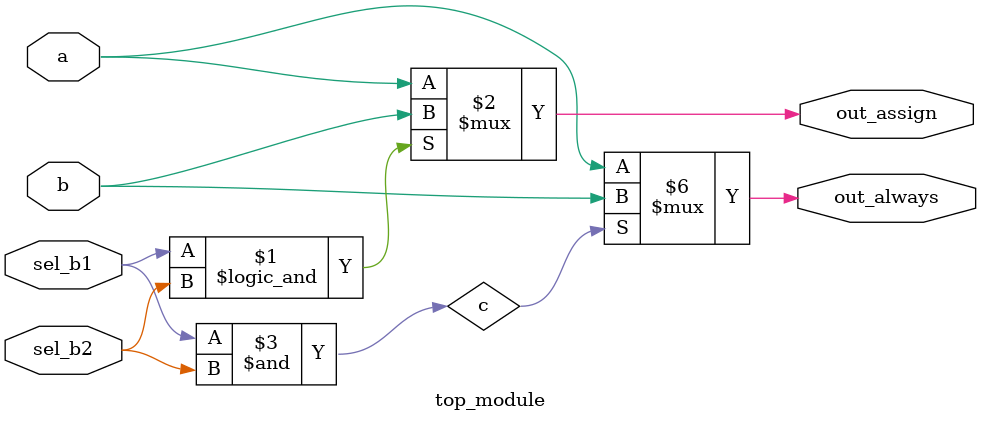
<source format=v>
module top_module(
    input a,
    input b,
    input sel_b1,
    input sel_b2,
    output wire out_assign,
    output reg out_always   ); 
    
    assign out_assign = ( sel_b1 && sel_b2) ? b : a;
    
    wire c = sel_b1 & sel_b2;
    always @(*) begin
        if ( c )
            out_always = b;
        else
            out_always = a;
    end

endmodule

</source>
